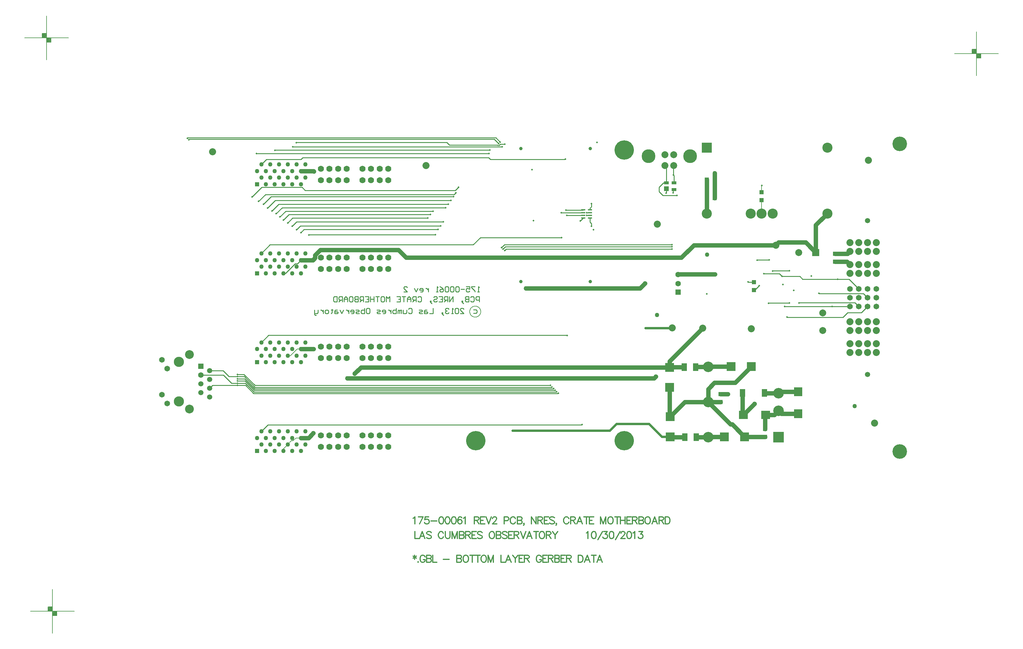
<source format=gbl>
%FSLAX23Y23*%
%MOIN*%
G70*
G01*
G75*
G04 Layer_Physical_Order=6*
G04 Layer_Color=16711680*
%ADD10R,0.050X0.050*%
%ADD11R,0.100X0.100*%
%ADD12R,0.039X0.059*%
%ADD13O,0.079X0.024*%
%ADD14R,0.036X0.036*%
%ADD15O,0.014X0.067*%
%ADD16R,0.050X0.050*%
%ADD17R,0.025X0.100*%
%ADD18R,0.057X0.012*%
%ADD19R,0.025X0.185*%
%ADD20C,0.050*%
%ADD21C,0.025*%
%ADD22C,0.010*%
%ADD23C,0.006*%
%ADD24C,0.012*%
%ADD25C,0.008*%
%ADD26C,0.012*%
%ADD27C,0.012*%
%ADD28C,0.166*%
%ADD29C,0.080*%
%ADD30R,0.063X0.063*%
%ADD31C,0.063*%
%ADD32C,0.120*%
%ADD33R,0.120X0.120*%
%ADD34C,0.079*%
%ADD35R,0.079X0.079*%
%ADD36R,0.115X0.115*%
%ADD37C,0.115*%
%ADD38C,0.059*%
%ADD39C,0.065*%
%ADD40C,0.100*%
%ADD41C,0.116*%
%ADD42C,0.059*%
%ADD43R,0.059X0.059*%
%ADD44C,0.039*%
%ADD45C,0.220*%
%ADD46C,0.157*%
%ADD47C,0.070*%
%ADD48C,0.050*%
%ADD49C,0.020*%
%ADD50C,0.040*%
%ADD51C,0.206*%
%ADD52C,0.092*%
%ADD53C,0.079*%
%ADD54C,0.118*%
G04:AMPARAMS|DCode=55|XSize=138mil|YSize=138mil|CornerRadius=0mil|HoleSize=0mil|Usage=FLASHONLY|Rotation=0.000|XOffset=0mil|YOffset=0mil|HoleType=Round|Shape=Relief|Width=10mil|Gap=10mil|Entries=4|*
%AMTHD55*
7,0,0,0.138,0.118,0.010,45*
%
%ADD55THD55*%
G04:AMPARAMS|DCode=56|XSize=107.244mil|YSize=107.244mil|CornerRadius=0mil|HoleSize=0mil|Usage=FLASHONLY|Rotation=0.000|XOffset=0mil|YOffset=0mil|HoleType=Round|Shape=Relief|Width=10mil|Gap=10mil|Entries=4|*
%AMTHD56*
7,0,0,0.107,0.087,0.010,45*
%
%ADD56THD56*%
%ADD57C,0.087*%
%ADD58C,0.190*%
G04:AMPARAMS|DCode=59|XSize=112mil|YSize=112mil|CornerRadius=0mil|HoleSize=0mil|Usage=FLASHONLY|Rotation=0.000|XOffset=0mil|YOffset=0mil|HoleType=Round|Shape=Relief|Width=10mil|Gap=10mil|Entries=4|*
%AMTHD59*
7,0,0,0.112,0.092,0.010,45*
%
%ADD59THD59*%
G04:AMPARAMS|DCode=60|XSize=100mil|YSize=100mil|CornerRadius=0mil|HoleSize=0mil|Usage=FLASHONLY|Rotation=0.000|XOffset=0mil|YOffset=0mil|HoleType=Round|Shape=Relief|Width=10mil|Gap=10mil|Entries=4|*
%AMTHD60*
7,0,0,0.100,0.080,0.010,45*
%
%ADD60THD60*%
G04:AMPARAMS|DCode=61|XSize=123mil|YSize=123mil|CornerRadius=0mil|HoleSize=0mil|Usage=FLASHONLY|Rotation=0.000|XOffset=0mil|YOffset=0mil|HoleType=Round|Shape=Relief|Width=10mil|Gap=10mil|Entries=4|*
%AMTHD61*
7,0,0,0.123,0.103,0.010,45*
%
%ADD61THD61*%
%ADD62C,0.168*%
%ADD63C,0.075*%
%ADD64C,0.080*%
%ADD65C,0.076*%
G04:AMPARAMS|DCode=66|XSize=96.221mil|YSize=96.221mil|CornerRadius=0mil|HoleSize=0mil|Usage=FLASHONLY|Rotation=0.000|XOffset=0mil|YOffset=0mil|HoleType=Round|Shape=Relief|Width=10mil|Gap=10mil|Entries=4|*
%AMTHD66*
7,0,0,0.096,0.076,0.010,45*
%
%ADD66THD66*%
G04:AMPARAMS|DCode=67|XSize=150.551mil|YSize=150.551mil|CornerRadius=0mil|HoleSize=0mil|Usage=FLASHONLY|Rotation=0.000|XOffset=0mil|YOffset=0mil|HoleType=Round|Shape=Relief|Width=10mil|Gap=10mil|Entries=4|*
%AMTHD67*
7,0,0,0.151,0.131,0.010,45*
%
%ADD67THD67*%
G04:AMPARAMS|DCode=68|XSize=91mil|YSize=91mil|CornerRadius=0mil|HoleSize=0mil|Usage=FLASHONLY|Rotation=0.000|XOffset=0mil|YOffset=0mil|HoleType=Round|Shape=Relief|Width=10mil|Gap=10mil|Entries=4|*
%AMTHD68*
7,0,0,0.091,0.071,0.010,45*
%
%ADD68THD68*%
%ADD69C,0.071*%
%ADD70C,0.068*%
G04:AMPARAMS|DCode=71|XSize=70mil|YSize=70mil|CornerRadius=0mil|HoleSize=0mil|Usage=FLASHONLY|Rotation=0.000|XOffset=0mil|YOffset=0mil|HoleType=Round|Shape=Relief|Width=10mil|Gap=10mil|Entries=4|*
%AMTHD71*
7,0,0,0.070,0.050,0.010,45*
%
%ADD71THD71*%
G04:AMPARAMS|DCode=72|XSize=88mil|YSize=88mil|CornerRadius=0mil|HoleSize=0mil|Usage=FLASHONLY|Rotation=0.000|XOffset=0mil|YOffset=0mil|HoleType=Round|Shape=Relief|Width=10mil|Gap=10mil|Entries=4|*
%AMTHD72*
7,0,0,0.088,0.068,0.010,45*
%
%ADD72THD72*%
%ADD73C,0.020*%
%ADD74C,0.103*%
%ADD75C,0.131*%
%ADD76C,0.005*%
%ADD77R,0.060X0.086*%
%ADD78R,0.100X0.100*%
%ADD79R,0.102X0.094*%
%ADD80R,0.059X0.087*%
%ADD81R,0.094X0.102*%
%ADD82R,0.045X0.017*%
%ADD83R,0.053X0.053*%
%ADD84R,0.053X0.035*%
D10*
X16734Y13455D02*
D03*
X16824D02*
D03*
X16734Y13384D02*
D03*
X16824D02*
D03*
X16734Y13312D02*
D03*
X16824D02*
D03*
X16734Y13245D02*
D03*
X16824D02*
D03*
X11614Y13403D02*
D03*
Y12391D02*
D03*
Y11379D02*
D03*
Y10368D02*
D03*
D11*
X16319Y10528D02*
D03*
Y10759D02*
D03*
X16313Y11092D02*
D03*
Y11321D02*
D03*
D16*
X17272Y12290D02*
D03*
Y12200D02*
D03*
X17360Y13222D02*
D03*
Y13312D02*
D03*
X16893Y10925D02*
D03*
Y11016D02*
D03*
X17398Y10530D02*
D03*
Y10620D02*
D03*
X18195Y12613D02*
D03*
Y12523D02*
D03*
D20*
X12642Y11197D02*
X12644Y11195D01*
X16135D01*
X16155Y11215D01*
X12256Y11529D02*
X12258Y11531D01*
X12114Y11529D02*
X12256D01*
X12251Y12541D02*
X12261Y12551D01*
X12114Y12541D02*
X12251D01*
X12258Y13553D02*
X12261Y13550D01*
X12114Y13553D02*
X12258D01*
X12201Y10517D02*
X12257Y10573D01*
X12114Y10517D02*
X12201D01*
X12798Y11321D02*
X16313D01*
X12727Y11250D02*
X12798Y11321D01*
X16409Y12375D02*
X16415Y12380D01*
X16828D01*
X17521Y12710D02*
X17553Y12742D01*
X17862D01*
X17977Y12627D01*
Y12938D02*
X18109Y13070D01*
X17977Y12627D02*
Y12938D01*
X16824Y13455D02*
Y13531D01*
Y13384D02*
Y13455D01*
Y13312D02*
Y13384D01*
Y13245D02*
Y13312D01*
X16824Y13531D02*
X16824Y13531D01*
X16734Y13384D02*
Y13455D01*
Y13312D02*
Y13384D01*
Y13245D02*
Y13312D01*
Y13070D02*
Y13245D01*
X16893Y11016D02*
X16975D01*
X16313Y11389D02*
X16690Y11767D01*
X16313Y11321D02*
Y11389D01*
X17153Y10781D02*
X17279Y10906D01*
X16487Y10926D02*
X16751D01*
X16319Y10759D02*
X16487Y10926D01*
X17141Y10792D02*
Y11028D01*
Y10792D02*
X17153Y10781D01*
X16752Y10925D02*
X17006Y10672D01*
X16751Y10926D02*
X16752Y10925D01*
X17006Y10672D02*
X17025D01*
X17165Y10531D01*
X16751Y10926D02*
Y11074D01*
X16823Y11146D01*
X17059D01*
X17241Y11328D01*
X16752Y10925D02*
X16893D01*
X17396Y10531D02*
X17398Y10530D01*
X17165Y10531D02*
X17396D01*
X16319Y10528D02*
X16322Y10526D01*
X16486D01*
X16616D02*
X16750D01*
X16751Y10526D01*
X16756Y10531D01*
X16935D01*
X16313Y10764D02*
X16319Y10759D01*
X16313Y10764D02*
Y11092D01*
Y11321D02*
X16314Y11323D01*
X16478D01*
X16608D02*
X16612Y11326D01*
X16751D01*
X16753Y11328D01*
X17011D01*
X17505Y10781D02*
X17551Y10826D01*
X17405Y10781D02*
X17505D01*
X17393Y11028D02*
X17395Y11026D01*
X17551D01*
X17568Y11043D01*
X17776D01*
X17551Y10826D02*
X17586Y10792D01*
X17776D01*
X16589Y12710D02*
X17521D01*
X16447Y12568D02*
X16589Y12710D01*
X13225Y12655D02*
X13312Y12568D01*
X12277Y12567D02*
Y12596D01*
X12336Y12655D02*
X13225D01*
X12277Y12596D02*
X12336Y12655D01*
X12261Y12551D02*
X12277Y12567D01*
X13312Y12568D02*
X15760D01*
X16447D01*
X14675Y12219D02*
X15975D01*
X16033Y12277D01*
X17398Y10620D02*
Y10774D01*
X17405Y10781D01*
X18195Y12613D02*
X18340D01*
X18366Y12639D01*
X18195Y12523D02*
X18331D01*
X18366Y12489D01*
D21*
X16038Y10677D02*
X16079D01*
X15710D02*
X16038D01*
X16337Y11767D02*
X16341Y11771D01*
X16038Y11767D02*
X16337D01*
X16227Y10528D02*
X16319D01*
X16079Y10677D02*
X16227Y10528D01*
X15633Y10600D02*
X15710Y10677D01*
X14527Y10600D02*
X15633D01*
D22*
X11914Y12391D02*
X11939D01*
X13872Y13333D02*
X13908Y13370D01*
X12163Y13333D02*
X13872D01*
X12128Y13368D02*
X12163Y13333D01*
X13860Y13287D02*
X13879Y13307D01*
X11713Y13287D02*
X13860D01*
X11633Y13208D02*
X11713Y13287D01*
X11738Y10667D02*
X15314D01*
X11664Y10592D02*
X11738Y10667D01*
X15314D02*
X15317Y10670D01*
X12137Y13707D02*
X14252D01*
X12116Y13686D02*
X12137Y13707D01*
X11722Y13686D02*
X12116D01*
X14272D02*
X15122D01*
X14252Y13707D02*
X14272Y13686D01*
X17282Y12200D02*
X17331Y12249D01*
X17272Y12200D02*
X17282D01*
X18423Y12056D02*
X18466Y12014D01*
X17787Y12056D02*
X18423D01*
X17785Y12054D02*
X17787Y12056D01*
X18224Y12323D02*
X18356D01*
X17826D02*
X18224D01*
X18356D02*
X18466Y12214D01*
X17794Y12355D02*
X17826Y12323D01*
X17593Y12355D02*
X17794D01*
X17309Y12541D02*
X17310Y12542D01*
X17444D01*
X17204Y12292D02*
X17206Y12290D01*
X17272D01*
X17387Y12387D02*
X17561D01*
X17593Y12355D01*
X17490Y12419D02*
X17676D01*
X17486Y12415D02*
X17490Y12419D01*
X18495Y11943D02*
X18566Y12014D01*
X18340Y11943D02*
X18495D01*
X18285Y11888D02*
X18340Y11943D01*
X17654Y11888D02*
X18285D01*
X17648Y11894D02*
X17654Y11888D01*
X17438Y12051D02*
X17439Y12052D01*
X17675D01*
X17622Y12014D02*
X17622Y12014D01*
X18163D01*
X18013Y12163D02*
X18016Y12160D01*
X18519D01*
X18566Y12114D01*
X18163Y12014D02*
X18366D01*
X15329Y13018D02*
Y13018D01*
X15297Y12986D02*
X15329Y13018D01*
X15328Y13050D02*
X15329Y13050D01*
X15142Y13050D02*
X15328D01*
X15142Y11686D02*
X15144Y11684D01*
X11746Y11686D02*
X15142D01*
X11664Y11604D02*
X11746Y11686D01*
X15079Y13081D02*
X15329D01*
X15078Y13080D02*
X15079Y13081D01*
X14159Y12797D02*
X15082D01*
X14077Y12715D02*
X14159Y12797D01*
X11763Y12715D02*
X14077D01*
X11664Y12616D02*
X11763Y12715D01*
X15327Y13111D02*
X15329Y13112D01*
X15131Y13111D02*
X15327D01*
X15122Y13686D02*
X15124Y13689D01*
X11664Y13628D02*
X11722Y13686D01*
X15423Y12925D02*
Y12955D01*
X15405Y12974D02*
X15423Y12955D01*
X15405Y12974D02*
Y13018D01*
X15368Y13050D02*
X15405D01*
X15422Y13148D02*
Y13182D01*
X15405Y13130D02*
X15422Y13148D01*
X15405Y13112D02*
Y13130D01*
X15404Y13080D02*
X15405Y13081D01*
X15369Y13080D02*
X15404D01*
X12061Y13875D02*
X12065Y13880D01*
X13776D01*
X13806Y13849D01*
X14353D01*
X14356Y13847D01*
X14373D01*
X14384Y13858D01*
X14437D01*
X12022Y13830D02*
X14406D01*
X11819Y13790D02*
X11822Y13792D01*
X14266D01*
X11610Y13752D02*
X14257D01*
X12210Y12829D02*
X13647D01*
X12150Y12889D02*
X13676D01*
X12109Y12930D02*
X13705D01*
X12064Y12975D02*
X13735D01*
X12020Y13019D02*
X13558D01*
X11978Y13061D02*
X13590D01*
X11941Y13097D02*
X13619D01*
X11902Y13137D02*
X13762D01*
X11862Y13177D02*
X13792D01*
X11821Y13218D02*
X13821D01*
X11776Y13263D02*
X13851D01*
X11671Y13368D02*
X12128D01*
X11669Y13370D02*
X11671Y13368D01*
X12206Y12825D02*
X12210Y12829D01*
X12114Y12854D02*
X12150Y12889D01*
X12064Y12885D02*
X12109Y12930D01*
X12014Y12925D02*
X12064Y12975D01*
X11964Y12962D02*
X12020Y13019D01*
X11914Y12997D02*
X11978Y13061D01*
X11560Y13260D02*
X11669Y13370D01*
X11688Y13175D02*
X11776Y13263D01*
X11737Y13134D02*
X11821Y13218D01*
X11784Y13099D02*
X11862Y13177D01*
X11833Y13068D02*
X11902Y13137D01*
X11877Y13033D02*
X11941Y13097D01*
X14434Y12649D02*
X14453Y12667D01*
X16338D01*
X14417Y12666D02*
X14443Y12693D01*
X16338D01*
X14399Y12684D02*
X14433Y12717D01*
X16338D01*
X16234Y13276D02*
X16396D01*
X16193Y13318D02*
X16234Y13276D01*
X16193Y13318D02*
Y13370D01*
X16242Y13419D01*
X16274D01*
X16354Y13509D02*
X16361Y13502D01*
Y13419D02*
Y13502D01*
X16354Y13509D02*
Y13612D01*
X16358Y13615D01*
X16351Y13306D02*
Y13335D01*
X16361Y13344D01*
X16274Y13419D02*
Y13600D01*
X16259Y13615D02*
X16274Y13600D01*
Y13306D02*
Y13352D01*
X16272Y13304D02*
X16274Y13306D01*
X11592Y11115D02*
X14955D01*
X11467Y11240D02*
X11592Y11115D01*
X14971Y11094D02*
X14973Y11097D01*
X11591Y11094D02*
X14971D01*
X14989Y11077D02*
X14991Y11079D01*
X11588Y11077D02*
X14989D01*
X15006Y11059D02*
X15009Y11061D01*
X11584Y11059D02*
X15006D01*
X15024Y11041D02*
X15026Y11044D01*
X11581Y11041D02*
X15024D01*
X11483Y11139D02*
X11581Y11041D01*
X15042Y11024D02*
X15044Y11026D01*
X11577Y11024D02*
X15042D01*
X11486Y11115D02*
X11577Y11024D01*
X11392Y11115D02*
X11486D01*
X11392Y11139D02*
X11483D01*
X11479Y11165D02*
X11584Y11059D01*
X11392Y11165D02*
X11479D01*
X11475Y11189D02*
X11588Y11077D01*
X11392Y11189D02*
X11475D01*
X11471Y11215D02*
X11591Y11094D01*
X11392Y11215D02*
X11471D01*
X11392Y11240D02*
X11467D01*
X11109Y11115D02*
X11392D01*
X11076Y11082D02*
X11109Y11115D01*
X11324Y11139D02*
X11392D01*
X11232Y11232D02*
X11324Y11139D01*
X10976Y11232D02*
X11232D01*
X11297Y11215D02*
X11392D01*
X11230Y11282D02*
X11297Y11215D01*
X11076Y11282D02*
X11230D01*
X14314Y13917D02*
X14364Y13866D01*
X10849Y13917D02*
X14314D01*
X14335Y13932D02*
X14382Y13884D01*
X10840Y13908D02*
X10849Y13917D01*
X10823Y13925D02*
X10829Y13932D01*
X14335D01*
X11939Y12391D02*
X12049Y12501D01*
X12074D01*
X12114Y12541D01*
X14144Y12180D02*
X14124D01*
X14134D01*
Y12240D01*
X14144Y12230D01*
X14094Y12240D02*
X14054D01*
Y12230D01*
X14094Y12190D01*
Y12180D01*
X13994Y12240D02*
X14034D01*
Y12210D01*
X14014Y12220D01*
X14004D01*
X13994Y12210D01*
Y12190D01*
X14004Y12180D01*
X14024D01*
X14034Y12190D01*
X13974Y12210D02*
X13934D01*
X13914Y12230D02*
X13904Y12240D01*
X13884D01*
X13874Y12230D01*
Y12190D01*
X13884Y12180D01*
X13904D01*
X13914Y12190D01*
Y12230D01*
X13854D02*
X13844Y12240D01*
X13824D01*
X13814Y12230D01*
Y12190D01*
X13824Y12180D01*
X13844D01*
X13854Y12190D01*
Y12230D01*
X13794D02*
X13784Y12240D01*
X13764D01*
X13754Y12230D01*
Y12190D01*
X13764Y12180D01*
X13784D01*
X13794Y12190D01*
Y12230D01*
X13694Y12240D02*
X13714Y12230D01*
X13734Y12210D01*
Y12190D01*
X13724Y12180D01*
X13704D01*
X13694Y12190D01*
Y12200D01*
X13704Y12210D01*
X13734D01*
X13674Y12180D02*
X13654D01*
X13664D01*
Y12240D01*
X13674Y12230D01*
X13564Y12220D02*
Y12180D01*
Y12200D01*
X13554Y12210D01*
X13544Y12220D01*
X13534D01*
X13474Y12180D02*
X13494D01*
X13504Y12190D01*
Y12210D01*
X13494Y12220D01*
X13474D01*
X13464Y12210D01*
Y12200D01*
X13504D01*
X13444Y12220D02*
X13424Y12180D01*
X13404Y12220D01*
X13284Y12180D02*
X13324D01*
X13284Y12220D01*
Y12230D01*
X13294Y12240D01*
X13314D01*
X13324Y12230D01*
X14146Y12067D02*
Y12127D01*
X14116D01*
X14106Y12117D01*
Y12097D01*
X14116Y12087D01*
X14146D01*
X14046Y12117D02*
X14056Y12127D01*
X14076D01*
X14086Y12117D01*
Y12077D01*
X14076Y12067D01*
X14056D01*
X14046Y12077D01*
X14026Y12127D02*
Y12067D01*
X13996D01*
X13986Y12077D01*
Y12087D01*
X13996Y12097D01*
X14026D01*
X13996D01*
X13986Y12107D01*
Y12117D01*
X13996Y12127D01*
X14026D01*
X13956Y12057D02*
X13946Y12067D01*
Y12077D01*
X13956D01*
Y12067D01*
X13946D01*
X13956Y12057D01*
X13966Y12047D01*
X13846Y12067D02*
Y12127D01*
X13806Y12067D01*
Y12127D01*
X13786Y12067D02*
Y12127D01*
X13756D01*
X13746Y12117D01*
Y12097D01*
X13756Y12087D01*
X13786D01*
X13766D02*
X13746Y12067D01*
X13686Y12127D02*
X13726D01*
Y12067D01*
X13686D01*
X13726Y12097D02*
X13706D01*
X13626Y12117D02*
X13636Y12127D01*
X13656D01*
X13666Y12117D01*
Y12107D01*
X13656Y12097D01*
X13636D01*
X13626Y12087D01*
Y12077D01*
X13636Y12067D01*
X13656D01*
X13666Y12077D01*
X13596Y12057D02*
X13586Y12067D01*
Y12077D01*
X13596D01*
Y12067D01*
X13586D01*
X13596Y12057D01*
X13606Y12047D01*
X13446Y12117D02*
X13456Y12127D01*
X13476D01*
X13486Y12117D01*
Y12077D01*
X13476Y12067D01*
X13456D01*
X13446Y12077D01*
X13426Y12067D02*
Y12127D01*
X13396D01*
X13386Y12117D01*
Y12097D01*
X13396Y12087D01*
X13426D01*
X13406D02*
X13386Y12067D01*
X13366D02*
Y12107D01*
X13346Y12127D01*
X13326Y12107D01*
Y12067D01*
Y12097D01*
X13366D01*
X13306Y12127D02*
X13266D01*
X13286D01*
Y12067D01*
X13206Y12127D02*
X13246D01*
Y12067D01*
X13206D01*
X13246Y12097D02*
X13226D01*
X13126Y12067D02*
Y12127D01*
X13106Y12107D01*
X13086Y12127D01*
Y12067D01*
X13036Y12127D02*
X13056D01*
X13066Y12117D01*
Y12077D01*
X13056Y12067D01*
X13036D01*
X13026Y12077D01*
Y12117D01*
X13036Y12127D01*
X13006D02*
X12966D01*
X12986D01*
Y12067D01*
X12946Y12127D02*
Y12067D01*
Y12097D01*
X12906D01*
Y12127D01*
Y12067D01*
X12846Y12127D02*
X12886D01*
Y12067D01*
X12846D01*
X12886Y12097D02*
X12866D01*
X12826Y12067D02*
Y12127D01*
X12796D01*
X12786Y12117D01*
Y12097D01*
X12796Y12087D01*
X12826D01*
X12806D02*
X12786Y12067D01*
X12766Y12127D02*
Y12067D01*
X12736D01*
X12726Y12077D01*
Y12087D01*
X12736Y12097D01*
X12766D01*
X12736D01*
X12726Y12107D01*
Y12117D01*
X12736Y12127D01*
X12766D01*
X12676D02*
X12696D01*
X12706Y12117D01*
Y12077D01*
X12696Y12067D01*
X12676D01*
X12666Y12077D01*
Y12117D01*
X12676Y12127D01*
X12646Y12067D02*
Y12107D01*
X12626Y12127D01*
X12606Y12107D01*
Y12067D01*
Y12097D01*
X12646D01*
X12586Y12067D02*
Y12127D01*
X12556D01*
X12546Y12117D01*
Y12097D01*
X12556Y12087D01*
X12586D01*
X12566D02*
X12546Y12067D01*
X12526Y12127D02*
Y12067D01*
X12496D01*
X12486Y12077D01*
Y12117D01*
X12496Y12127D01*
X12526D01*
X13928Y11933D02*
X13968D01*
X13928Y11973D01*
Y11983D01*
X13938Y11993D01*
X13958D01*
X13968Y11983D01*
X13908D02*
X13898Y11993D01*
X13878D01*
X13868Y11983D01*
Y11943D01*
X13878Y11933D01*
X13898D01*
X13908Y11943D01*
Y11983D01*
X13848Y11933D02*
X13828D01*
X13838D01*
Y11993D01*
X13848Y11983D01*
X13798D02*
X13788Y11993D01*
X13768D01*
X13758Y11983D01*
Y11973D01*
X13768Y11963D01*
X13778D01*
X13768D01*
X13758Y11953D01*
Y11943D01*
X13768Y11933D01*
X13788D01*
X13798Y11943D01*
X13728Y11923D02*
X13718Y11933D01*
Y11943D01*
X13728D01*
Y11933D01*
X13718D01*
X13728Y11923D01*
X13738Y11913D01*
X13618Y11993D02*
Y11933D01*
X13578D01*
X13548Y11973D02*
X13528D01*
X13518Y11963D01*
Y11933D01*
X13548D01*
X13558Y11943D01*
X13548Y11953D01*
X13518D01*
X13498Y11933D02*
X13468D01*
X13458Y11943D01*
X13468Y11953D01*
X13488D01*
X13498Y11963D01*
X13488Y11973D01*
X13458D01*
X13338Y11983D02*
X13348Y11993D01*
X13368D01*
X13378Y11983D01*
Y11943D01*
X13368Y11933D01*
X13348D01*
X13338Y11943D01*
X13318Y11973D02*
Y11943D01*
X13308Y11933D01*
X13278D01*
Y11973D01*
X13258Y11933D02*
Y11973D01*
X13248D01*
X13238Y11963D01*
Y11933D01*
Y11963D01*
X13228Y11973D01*
X13218Y11963D01*
Y11933D01*
X13198Y11993D02*
Y11933D01*
X13168D01*
X13158Y11943D01*
Y11953D01*
Y11963D01*
X13168Y11973D01*
X13198D01*
X13138D02*
Y11933D01*
Y11953D01*
X13128Y11963D01*
X13118Y11973D01*
X13108D01*
X13048Y11933D02*
X13068D01*
X13078Y11943D01*
Y11963D01*
X13068Y11973D01*
X13048D01*
X13038Y11963D01*
Y11953D01*
X13078D01*
X13018Y11933D02*
X12988D01*
X12978Y11943D01*
X12988Y11953D01*
X13008D01*
X13018Y11963D01*
X13008Y11973D01*
X12978D01*
X12868Y11993D02*
X12888D01*
X12898Y11983D01*
Y11943D01*
X12888Y11933D01*
X12868D01*
X12858Y11943D01*
Y11983D01*
X12868Y11993D01*
X12838D02*
Y11933D01*
X12808D01*
X12798Y11943D01*
Y11953D01*
Y11963D01*
X12808Y11973D01*
X12838D01*
X12778Y11933D02*
X12748D01*
X12738Y11943D01*
X12748Y11953D01*
X12768D01*
X12778Y11963D01*
X12768Y11973D01*
X12738D01*
X12688Y11933D02*
X12708D01*
X12718Y11943D01*
Y11963D01*
X12708Y11973D01*
X12688D01*
X12678Y11963D01*
Y11953D01*
X12718D01*
X12658Y11973D02*
Y11933D01*
Y11953D01*
X12648Y11963D01*
X12638Y11973D01*
X12628D01*
X12598D02*
X12578Y11933D01*
X12558Y11973D01*
X12528D02*
X12508D01*
X12498Y11963D01*
Y11933D01*
X12528D01*
X12538Y11943D01*
X12528Y11953D01*
X12498D01*
X12468Y11983D02*
Y11973D01*
X12478D01*
X12458D01*
X12468D01*
Y11943D01*
X12458Y11933D01*
X12418D02*
X12398D01*
X12388Y11943D01*
Y11963D01*
X12398Y11973D01*
X12418D01*
X12428Y11963D01*
Y11943D01*
X12418Y11933D01*
X12368Y11973D02*
Y11933D01*
Y11953D01*
X12358Y11963D01*
X12348Y11973D01*
X12338D01*
X12308D02*
Y11943D01*
X12298Y11933D01*
X12268D01*
Y11923D01*
X12278Y11913D01*
X12288D01*
X12268Y11933D02*
Y11973D01*
X14080Y11975D02*
X14110D01*
X14120Y11965D01*
Y11945D01*
X14110Y11935D01*
X14080D01*
D24*
X13410Y9183D02*
Y9137D01*
X13391Y9172D02*
X13429Y9149D01*
Y9172D02*
X13391Y9149D01*
X13449Y9111D02*
X13445Y9107D01*
X13449Y9103D01*
X13453Y9107D01*
X13449Y9111D01*
X13528Y9164D02*
X13524Y9172D01*
X13516Y9179D01*
X13509Y9183D01*
X13493D01*
X13486Y9179D01*
X13478Y9172D01*
X13474Y9164D01*
X13471Y9153D01*
Y9133D01*
X13474Y9122D01*
X13478Y9114D01*
X13486Y9107D01*
X13493Y9103D01*
X13509D01*
X13516Y9107D01*
X13524Y9114D01*
X13528Y9122D01*
Y9133D01*
X13509D02*
X13528D01*
X13546Y9183D02*
Y9103D01*
Y9183D02*
X13580D01*
X13592Y9179D01*
X13596Y9175D01*
X13599Y9168D01*
Y9160D01*
X13596Y9153D01*
X13592Y9149D01*
X13580Y9145D01*
X13546D02*
X13580D01*
X13592Y9141D01*
X13596Y9137D01*
X13599Y9130D01*
Y9118D01*
X13596Y9111D01*
X13592Y9107D01*
X13580Y9103D01*
X13546D01*
X13617Y9183D02*
Y9103D01*
X13663D01*
X13735Y9137D02*
X13803D01*
X13890Y9183D02*
Y9103D01*
Y9183D02*
X13924D01*
X13935Y9179D01*
X13939Y9175D01*
X13943Y9168D01*
Y9160D01*
X13939Y9153D01*
X13935Y9149D01*
X13924Y9145D01*
X13890D02*
X13924D01*
X13935Y9141D01*
X13939Y9137D01*
X13943Y9130D01*
Y9118D01*
X13939Y9111D01*
X13935Y9107D01*
X13924Y9103D01*
X13890D01*
X13984Y9183D02*
X13976Y9179D01*
X13968Y9172D01*
X13965Y9164D01*
X13961Y9153D01*
Y9133D01*
X13965Y9122D01*
X13968Y9114D01*
X13976Y9107D01*
X13984Y9103D01*
X13999D01*
X14006Y9107D01*
X14014Y9114D01*
X14018Y9122D01*
X14022Y9133D01*
Y9153D01*
X14018Y9164D01*
X14014Y9172D01*
X14006Y9179D01*
X13999Y9183D01*
X13984D01*
X14067D02*
Y9103D01*
X14040Y9183D02*
X14094D01*
X14130D02*
Y9103D01*
X14103Y9183D02*
X14157D01*
X14189D02*
X14181Y9179D01*
X14174Y9172D01*
X14170Y9164D01*
X14166Y9153D01*
Y9133D01*
X14170Y9122D01*
X14174Y9114D01*
X14181Y9107D01*
X14189Y9103D01*
X14204D01*
X14212Y9107D01*
X14219Y9114D01*
X14223Y9122D01*
X14227Y9133D01*
Y9153D01*
X14223Y9164D01*
X14219Y9172D01*
X14212Y9179D01*
X14204Y9183D01*
X14189D01*
X14246D02*
Y9103D01*
Y9183D02*
X14276Y9103D01*
X14307Y9183D02*
X14276Y9103D01*
X14307Y9183D02*
Y9103D01*
X14392Y9183D02*
Y9103D01*
X14438D01*
X14508D02*
X14477Y9183D01*
X14447Y9103D01*
X14458Y9130D02*
X14496D01*
X14526Y9183D02*
X14557Y9145D01*
Y9103D01*
X14587Y9183D02*
X14557Y9145D01*
X14647Y9183D02*
X14598D01*
Y9103D01*
X14647D01*
X14598Y9145D02*
X14628D01*
X14660Y9183D02*
Y9103D01*
Y9183D02*
X14695D01*
X14706Y9179D01*
X14710Y9175D01*
X14714Y9168D01*
Y9160D01*
X14710Y9153D01*
X14706Y9149D01*
X14695Y9145D01*
X14660D01*
X14687D02*
X14714Y9103D01*
X14852Y9164D02*
X14848Y9172D01*
X14840Y9179D01*
X14833Y9183D01*
X14817D01*
X14810Y9179D01*
X14802Y9172D01*
X14798Y9164D01*
X14795Y9153D01*
Y9133D01*
X14798Y9122D01*
X14802Y9114D01*
X14810Y9107D01*
X14817Y9103D01*
X14833D01*
X14840Y9107D01*
X14848Y9114D01*
X14852Y9122D01*
Y9133D01*
X14833D02*
X14852D01*
X14919Y9183D02*
X14870D01*
Y9103D01*
X14919D01*
X14870Y9145D02*
X14900D01*
X14933Y9183D02*
Y9103D01*
Y9183D02*
X14967D01*
X14978Y9179D01*
X14982Y9175D01*
X14986Y9168D01*
Y9160D01*
X14982Y9153D01*
X14978Y9149D01*
X14967Y9145D01*
X14933D01*
X14959D02*
X14986Y9103D01*
X15004Y9183D02*
Y9103D01*
Y9183D02*
X15038D01*
X15050Y9179D01*
X15054Y9175D01*
X15057Y9168D01*
Y9160D01*
X15054Y9153D01*
X15050Y9149D01*
X15038Y9145D01*
X15004D02*
X15038D01*
X15050Y9141D01*
X15054Y9137D01*
X15057Y9130D01*
Y9118D01*
X15054Y9111D01*
X15050Y9107D01*
X15038Y9103D01*
X15004D01*
X15125Y9183D02*
X15075D01*
Y9103D01*
X15125D01*
X15075Y9145D02*
X15106D01*
X15138Y9183D02*
Y9103D01*
Y9183D02*
X15172D01*
X15184Y9179D01*
X15188Y9175D01*
X15191Y9168D01*
Y9160D01*
X15188Y9153D01*
X15184Y9149D01*
X15172Y9145D01*
X15138D01*
X15165D02*
X15191Y9103D01*
X15272Y9183D02*
Y9103D01*
Y9183D02*
X15299D01*
X15310Y9179D01*
X15318Y9172D01*
X15322Y9164D01*
X15325Y9153D01*
Y9133D01*
X15322Y9122D01*
X15318Y9114D01*
X15310Y9107D01*
X15299Y9103D01*
X15272D01*
X15404D02*
X15374Y9183D01*
X15343Y9103D01*
X15355Y9130D02*
X15393D01*
X15450Y9183D02*
Y9103D01*
X15423Y9183D02*
X15476D01*
X15547Y9103D02*
X15516Y9183D01*
X15486Y9103D01*
X15497Y9130D02*
X15535D01*
D25*
X9306Y8521D02*
X9316D01*
Y8516D02*
Y8526D01*
X9306D02*
X9316D01*
X9306Y8516D02*
Y8526D01*
Y8516D02*
X9316D01*
X9321D02*
Y8531D01*
X9301D02*
X9321D01*
X9301Y8511D02*
Y8531D01*
Y8511D02*
X9321D01*
X9326D02*
Y8536D01*
X9296D02*
X9326D01*
X9296Y8506D02*
Y8536D01*
Y8506D02*
X9326D01*
X9331Y8501D02*
Y8541D01*
X9291D02*
X9331D01*
X9291Y8501D02*
Y8541D01*
Y8501D02*
X9331D01*
X9256Y8571D02*
X9266D01*
Y8566D02*
Y8576D01*
X9256D02*
X9266D01*
X9256Y8566D02*
Y8576D01*
Y8566D02*
X9266D01*
X9271D02*
Y8581D01*
X9251D02*
X9271D01*
X9251Y8561D02*
Y8581D01*
Y8561D02*
X9271D01*
X9276D02*
Y8586D01*
X9246D02*
X9276D01*
X9246Y8556D02*
Y8586D01*
Y8556D02*
X9276D01*
X9281Y8551D02*
Y8591D01*
X9241D02*
X9281D01*
X9241Y8551D02*
Y8591D01*
Y8551D02*
X9281D01*
X9236Y8596D02*
X9286D01*
X9236Y8546D02*
Y8596D01*
X9286Y8496D02*
X9336D01*
Y8546D01*
X9286Y8296D02*
Y8796D01*
X9036Y8546D02*
X9536D01*
X9240Y15045D02*
X9250D01*
Y15040D02*
Y15050D01*
X9240D02*
X9250D01*
X9240Y15040D02*
Y15050D01*
Y15040D02*
X9250D01*
X9255D02*
Y15055D01*
X9235D02*
X9255D01*
X9235Y15035D02*
Y15055D01*
Y15035D02*
X9255D01*
X9260D02*
Y15060D01*
X9230D02*
X9260D01*
X9230Y15030D02*
Y15060D01*
Y15030D02*
X9260D01*
X9265Y15025D02*
Y15065D01*
X9225D02*
X9265D01*
X9225Y15025D02*
Y15065D01*
Y15025D02*
X9265D01*
X9190Y15095D02*
X9200D01*
Y15090D02*
Y15100D01*
X9190D02*
X9200D01*
X9190Y15090D02*
Y15100D01*
Y15090D02*
X9200D01*
X9205D02*
Y15105D01*
X9185D02*
X9205D01*
X9185Y15085D02*
Y15105D01*
Y15085D02*
X9205D01*
X9210D02*
Y15110D01*
X9180D02*
X9210D01*
X9180Y15080D02*
Y15110D01*
Y15080D02*
X9210D01*
X9215Y15075D02*
Y15115D01*
X9175D02*
X9215D01*
X9175Y15075D02*
Y15115D01*
Y15075D02*
X9215D01*
X9170Y15120D02*
X9220D01*
X9170Y15070D02*
Y15120D01*
X9220Y15020D02*
X9270D01*
Y15070D01*
X9220Y14820D02*
Y15320D01*
X8970Y15070D02*
X9470D01*
X19824Y14865D02*
X19834D01*
Y14860D02*
Y14870D01*
X19824D02*
X19834D01*
X19824Y14860D02*
Y14870D01*
Y14860D02*
X19834D01*
X19839D02*
Y14875D01*
X19819D02*
X19839D01*
X19819Y14855D02*
Y14875D01*
Y14855D02*
X19839D01*
X19844D02*
Y14880D01*
X19814D02*
X19844D01*
X19814Y14850D02*
Y14880D01*
Y14850D02*
X19844D01*
X19849Y14845D02*
Y14885D01*
X19809D02*
X19849D01*
X19809Y14845D02*
Y14885D01*
Y14845D02*
X19849D01*
X19774Y14915D02*
X19784D01*
Y14910D02*
Y14920D01*
X19774D02*
X19784D01*
X19774Y14910D02*
Y14920D01*
Y14910D02*
X19784D01*
X19789D02*
Y14925D01*
X19769D02*
X19789D01*
X19769Y14905D02*
Y14925D01*
Y14905D02*
X19789D01*
X19794D02*
Y14930D01*
X19764D02*
X19794D01*
X19764Y14900D02*
Y14930D01*
Y14900D02*
X19794D01*
X19799Y14895D02*
Y14935D01*
X19759D02*
X19799D01*
X19759Y14895D02*
Y14935D01*
Y14895D02*
X19799D01*
X19754Y14940D02*
X19804D01*
X19754Y14890D02*
Y14940D01*
X19804Y14840D02*
X19854D01*
Y14890D01*
X19804Y14640D02*
Y15140D01*
X19554Y14890D02*
X20054D01*
D26*
X13393Y9604D02*
X13401Y9608D01*
X13412Y9619D01*
Y9539D01*
X13505Y9619D02*
X13467Y9539D01*
X13452Y9619D02*
X13505D01*
X13568D02*
X13530D01*
X13527Y9585D01*
X13530Y9589D01*
X13542Y9593D01*
X13553D01*
X13565Y9589D01*
X13572Y9581D01*
X13576Y9570D01*
Y9562D01*
X13572Y9551D01*
X13565Y9543D01*
X13553Y9539D01*
X13542D01*
X13530Y9543D01*
X13527Y9547D01*
X13523Y9555D01*
X13594Y9574D02*
X13663D01*
X13709Y9619D02*
X13698Y9616D01*
X13690Y9604D01*
X13686Y9585D01*
Y9574D01*
X13690Y9555D01*
X13698Y9543D01*
X13709Y9539D01*
X13717D01*
X13728Y9543D01*
X13736Y9555D01*
X13739Y9574D01*
Y9585D01*
X13736Y9604D01*
X13728Y9616D01*
X13717Y9619D01*
X13709D01*
X13780D02*
X13769Y9616D01*
X13761Y9604D01*
X13757Y9585D01*
Y9574D01*
X13761Y9555D01*
X13769Y9543D01*
X13780Y9539D01*
X13788D01*
X13799Y9543D01*
X13807Y9555D01*
X13811Y9574D01*
Y9585D01*
X13807Y9604D01*
X13799Y9616D01*
X13788Y9619D01*
X13780D01*
X13851D02*
X13840Y9616D01*
X13832Y9604D01*
X13829Y9585D01*
Y9574D01*
X13832Y9555D01*
X13840Y9543D01*
X13851Y9539D01*
X13859D01*
X13871Y9543D01*
X13878Y9555D01*
X13882Y9574D01*
Y9585D01*
X13878Y9604D01*
X13871Y9616D01*
X13859Y9619D01*
X13851D01*
X13946Y9608D02*
X13942Y9616D01*
X13930Y9619D01*
X13923D01*
X13911Y9616D01*
X13904Y9604D01*
X13900Y9585D01*
Y9566D01*
X13904Y9551D01*
X13911Y9543D01*
X13923Y9539D01*
X13926D01*
X13938Y9543D01*
X13946Y9551D01*
X13949Y9562D01*
Y9566D01*
X13946Y9577D01*
X13938Y9585D01*
X13926Y9589D01*
X13923D01*
X13911Y9585D01*
X13904Y9577D01*
X13900Y9566D01*
X13967Y9604D02*
X13974Y9608D01*
X13986Y9619D01*
Y9539D01*
X14088Y9619D02*
Y9539D01*
Y9619D02*
X14123D01*
X14134Y9616D01*
X14138Y9612D01*
X14142Y9604D01*
Y9596D01*
X14138Y9589D01*
X14134Y9585D01*
X14123Y9581D01*
X14088D01*
X14115D02*
X14142Y9539D01*
X14209Y9619D02*
X14160D01*
Y9539D01*
X14209D01*
X14160Y9581D02*
X14190D01*
X14222Y9619D02*
X14253Y9539D01*
X14283Y9619D02*
X14253Y9539D01*
X14297Y9600D02*
Y9604D01*
X14301Y9612D01*
X14305Y9616D01*
X14313Y9619D01*
X14328D01*
X14336Y9616D01*
X14339Y9612D01*
X14343Y9604D01*
Y9596D01*
X14339Y9589D01*
X14332Y9577D01*
X14294Y9539D01*
X14347D01*
X14428Y9577D02*
X14462D01*
X14473Y9581D01*
X14477Y9585D01*
X14481Y9593D01*
Y9604D01*
X14477Y9612D01*
X14473Y9616D01*
X14462Y9619D01*
X14428D01*
Y9539D01*
X14556Y9600D02*
X14552Y9608D01*
X14545Y9616D01*
X14537Y9619D01*
X14522D01*
X14514Y9616D01*
X14507Y9608D01*
X14503Y9600D01*
X14499Y9589D01*
Y9570D01*
X14503Y9558D01*
X14507Y9551D01*
X14514Y9543D01*
X14522Y9539D01*
X14537D01*
X14545Y9543D01*
X14552Y9551D01*
X14556Y9558D01*
X14579Y9619D02*
Y9539D01*
Y9619D02*
X14613D01*
X14624Y9616D01*
X14628Y9612D01*
X14632Y9604D01*
Y9596D01*
X14628Y9589D01*
X14624Y9585D01*
X14613Y9581D01*
X14579D02*
X14613D01*
X14624Y9577D01*
X14628Y9574D01*
X14632Y9566D01*
Y9555D01*
X14628Y9547D01*
X14624Y9543D01*
X14613Y9539D01*
X14579D01*
X14657Y9543D02*
X14654Y9539D01*
X14650Y9543D01*
X14654Y9547D01*
X14657Y9543D01*
Y9536D01*
X14654Y9528D01*
X14650Y9524D01*
X14738Y9619D02*
Y9539D01*
Y9619D02*
X14791Y9539D01*
Y9619D02*
Y9539D01*
X14813Y9619D02*
Y9539D01*
Y9619D02*
X14847D01*
X14859Y9616D01*
X14863Y9612D01*
X14866Y9604D01*
Y9596D01*
X14863Y9589D01*
X14859Y9585D01*
X14847Y9581D01*
X14813D01*
X14840D02*
X14866Y9539D01*
X14934Y9619D02*
X14884D01*
Y9539D01*
X14934D01*
X14884Y9581D02*
X14915D01*
X15001Y9608D02*
X14993Y9616D01*
X14982Y9619D01*
X14966D01*
X14955Y9616D01*
X14947Y9608D01*
Y9600D01*
X14951Y9593D01*
X14955Y9589D01*
X14962Y9585D01*
X14985Y9577D01*
X14993Y9574D01*
X14997Y9570D01*
X15001Y9562D01*
Y9551D01*
X14993Y9543D01*
X14982Y9539D01*
X14966D01*
X14955Y9543D01*
X14947Y9551D01*
X15026Y9543D02*
X15022Y9539D01*
X15018Y9543D01*
X15022Y9547D01*
X15026Y9543D01*
Y9536D01*
X15022Y9528D01*
X15018Y9524D01*
X15164Y9600D02*
X15160Y9608D01*
X15152Y9616D01*
X15145Y9619D01*
X15129D01*
X15122Y9616D01*
X15114Y9608D01*
X15110Y9600D01*
X15106Y9589D01*
Y9570D01*
X15110Y9558D01*
X15114Y9551D01*
X15122Y9543D01*
X15129Y9539D01*
X15145D01*
X15152Y9543D01*
X15160Y9551D01*
X15164Y9558D01*
X15186Y9619D02*
Y9539D01*
Y9619D02*
X15220D01*
X15232Y9616D01*
X15236Y9612D01*
X15239Y9604D01*
Y9596D01*
X15236Y9589D01*
X15232Y9585D01*
X15220Y9581D01*
X15186D01*
X15213D02*
X15239Y9539D01*
X15318D02*
X15288Y9619D01*
X15257Y9539D01*
X15269Y9566D02*
X15307D01*
X15364Y9619D02*
Y9539D01*
X15337Y9619D02*
X15390D01*
X15449D02*
X15400D01*
Y9539D01*
X15449D01*
X15400Y9581D02*
X15430D01*
X15525Y9619D02*
Y9539D01*
Y9619D02*
X15556Y9539D01*
X15586Y9619D02*
X15556Y9539D01*
X15586Y9619D02*
Y9539D01*
X15632Y9619D02*
X15624Y9616D01*
X15617Y9608D01*
X15613Y9600D01*
X15609Y9589D01*
Y9570D01*
X15613Y9558D01*
X15617Y9551D01*
X15624Y9543D01*
X15632Y9539D01*
X15647D01*
X15655Y9543D01*
X15662Y9551D01*
X15666Y9558D01*
X15670Y9570D01*
Y9589D01*
X15666Y9600D01*
X15662Y9608D01*
X15655Y9616D01*
X15647Y9619D01*
X15632D01*
X15715D02*
Y9539D01*
X15689Y9619D02*
X15742D01*
X15752D02*
Y9539D01*
X15805Y9619D02*
Y9539D01*
X15752Y9581D02*
X15805D01*
X15877Y9619D02*
X15827D01*
Y9539D01*
X15877D01*
X15827Y9581D02*
X15858D01*
X15890Y9619D02*
Y9539D01*
Y9619D02*
X15924D01*
X15936Y9616D01*
X15939Y9612D01*
X15943Y9604D01*
Y9596D01*
X15939Y9589D01*
X15936Y9585D01*
X15924Y9581D01*
X15890D01*
X15917D02*
X15943Y9539D01*
X15961Y9619D02*
Y9539D01*
Y9619D02*
X15995D01*
X16007Y9616D01*
X16011Y9612D01*
X16014Y9604D01*
Y9596D01*
X16011Y9589D01*
X16007Y9585D01*
X15995Y9581D01*
X15961D02*
X15995D01*
X16007Y9577D01*
X16011Y9574D01*
X16014Y9566D01*
Y9555D01*
X16011Y9547D01*
X16007Y9543D01*
X15995Y9539D01*
X15961D01*
X16055Y9619D02*
X16048Y9616D01*
X16040Y9608D01*
X16036Y9600D01*
X16032Y9589D01*
Y9570D01*
X16036Y9558D01*
X16040Y9551D01*
X16048Y9543D01*
X16055Y9539D01*
X16070D01*
X16078Y9543D01*
X16086Y9551D01*
X16089Y9558D01*
X16093Y9570D01*
Y9589D01*
X16089Y9600D01*
X16086Y9608D01*
X16078Y9616D01*
X16070Y9619D01*
X16055D01*
X16173Y9539D02*
X16142Y9619D01*
X16112Y9539D01*
X16123Y9566D02*
X16161D01*
X16192Y9619D02*
Y9539D01*
Y9619D02*
X16226D01*
X16237Y9616D01*
X16241Y9612D01*
X16245Y9604D01*
Y9596D01*
X16241Y9589D01*
X16237Y9585D01*
X16226Y9581D01*
X16192D01*
X16218D02*
X16245Y9539D01*
X16263Y9619D02*
Y9539D01*
Y9619D02*
X16289D01*
X16301Y9616D01*
X16308Y9608D01*
X16312Y9600D01*
X16316Y9589D01*
Y9570D01*
X16312Y9558D01*
X16308Y9551D01*
X16301Y9543D01*
X16289Y9539D01*
X16263D01*
D27*
X13412Y9453D02*
Y9373D01*
X13458D01*
X13527D02*
X13497Y9453D01*
X13466Y9373D01*
X13478Y9399D02*
X13516D01*
X13599Y9441D02*
X13592Y9449D01*
X13580Y9453D01*
X13565D01*
X13554Y9449D01*
X13546Y9441D01*
Y9434D01*
X13550Y9426D01*
X13554Y9422D01*
X13561Y9418D01*
X13584Y9411D01*
X13592Y9407D01*
X13596Y9403D01*
X13599Y9395D01*
Y9384D01*
X13592Y9376D01*
X13580Y9373D01*
X13565D01*
X13554Y9376D01*
X13546Y9384D01*
X13737Y9434D02*
X13733Y9441D01*
X13726Y9449D01*
X13718Y9453D01*
X13703D01*
X13695Y9449D01*
X13688Y9441D01*
X13684Y9434D01*
X13680Y9422D01*
Y9403D01*
X13684Y9392D01*
X13688Y9384D01*
X13695Y9376D01*
X13703Y9373D01*
X13718D01*
X13726Y9376D01*
X13733Y9384D01*
X13737Y9392D01*
X13760Y9453D02*
Y9395D01*
X13764Y9384D01*
X13771Y9376D01*
X13783Y9373D01*
X13790D01*
X13802Y9376D01*
X13809Y9384D01*
X13813Y9395D01*
Y9453D01*
X13835D02*
Y9373D01*
Y9453D02*
X13866Y9373D01*
X13896Y9453D02*
X13866Y9373D01*
X13896Y9453D02*
Y9373D01*
X13919Y9453D02*
Y9373D01*
Y9453D02*
X13953D01*
X13965Y9449D01*
X13968Y9445D01*
X13972Y9437D01*
Y9430D01*
X13968Y9422D01*
X13965Y9418D01*
X13953Y9414D01*
X13919D02*
X13953D01*
X13965Y9411D01*
X13968Y9407D01*
X13972Y9399D01*
Y9388D01*
X13968Y9380D01*
X13965Y9376D01*
X13953Y9373D01*
X13919D01*
X13990Y9453D02*
Y9373D01*
Y9453D02*
X14024D01*
X14036Y9449D01*
X14040Y9445D01*
X14044Y9437D01*
Y9430D01*
X14040Y9422D01*
X14036Y9418D01*
X14024Y9414D01*
X13990D01*
X14017D02*
X14044Y9373D01*
X14111Y9453D02*
X14061D01*
Y9373D01*
X14111D01*
X14061Y9414D02*
X14092D01*
X14178Y9441D02*
X14170Y9449D01*
X14159Y9453D01*
X14143D01*
X14132Y9449D01*
X14124Y9441D01*
Y9434D01*
X14128Y9426D01*
X14132Y9422D01*
X14139Y9418D01*
X14162Y9411D01*
X14170Y9407D01*
X14174Y9403D01*
X14178Y9395D01*
Y9384D01*
X14170Y9376D01*
X14159Y9373D01*
X14143D01*
X14132Y9376D01*
X14124Y9384D01*
X14281Y9453D02*
X14274Y9449D01*
X14266Y9441D01*
X14262Y9434D01*
X14258Y9422D01*
Y9403D01*
X14262Y9392D01*
X14266Y9384D01*
X14274Y9376D01*
X14281Y9373D01*
X14296D01*
X14304Y9376D01*
X14312Y9384D01*
X14315Y9392D01*
X14319Y9403D01*
Y9422D01*
X14315Y9434D01*
X14312Y9441D01*
X14304Y9449D01*
X14296Y9453D01*
X14281D01*
X14338D02*
Y9373D01*
Y9453D02*
X14372D01*
X14384Y9449D01*
X14387Y9445D01*
X14391Y9437D01*
Y9430D01*
X14387Y9422D01*
X14384Y9418D01*
X14372Y9414D01*
X14338D02*
X14372D01*
X14384Y9411D01*
X14387Y9407D01*
X14391Y9399D01*
Y9388D01*
X14387Y9380D01*
X14384Y9376D01*
X14372Y9373D01*
X14338D01*
X14462Y9441D02*
X14455Y9449D01*
X14443Y9453D01*
X14428D01*
X14417Y9449D01*
X14409Y9441D01*
Y9434D01*
X14413Y9426D01*
X14417Y9422D01*
X14424Y9418D01*
X14447Y9411D01*
X14455Y9407D01*
X14459Y9403D01*
X14462Y9395D01*
Y9384D01*
X14455Y9376D01*
X14443Y9373D01*
X14428D01*
X14417Y9376D01*
X14409Y9384D01*
X14530Y9453D02*
X14480D01*
Y9373D01*
X14530D01*
X14480Y9414D02*
X14511D01*
X14543Y9453D02*
Y9373D01*
Y9453D02*
X14577D01*
X14589Y9449D01*
X14593Y9445D01*
X14597Y9437D01*
Y9430D01*
X14593Y9422D01*
X14589Y9418D01*
X14577Y9414D01*
X14543D01*
X14570D02*
X14597Y9373D01*
X14614Y9453D02*
X14645Y9373D01*
X14675Y9453D02*
X14645Y9373D01*
X14747D02*
X14716Y9453D01*
X14686Y9373D01*
X14697Y9399D02*
X14735D01*
X14792Y9453D02*
Y9373D01*
X14765Y9453D02*
X14819D01*
X14851D02*
X14843Y9449D01*
X14836Y9441D01*
X14832Y9434D01*
X14828Y9422D01*
Y9403D01*
X14832Y9392D01*
X14836Y9384D01*
X14843Y9376D01*
X14851Y9373D01*
X14866D01*
X14874Y9376D01*
X14881Y9384D01*
X14885Y9392D01*
X14889Y9403D01*
Y9422D01*
X14885Y9434D01*
X14881Y9441D01*
X14874Y9449D01*
X14866Y9453D01*
X14851D01*
X14908D02*
Y9373D01*
Y9453D02*
X14942D01*
X14953Y9449D01*
X14957Y9445D01*
X14961Y9437D01*
Y9430D01*
X14957Y9422D01*
X14953Y9418D01*
X14942Y9414D01*
X14908D01*
X14934D02*
X14961Y9373D01*
X14979Y9453D02*
X15009Y9414D01*
Y9373D01*
X15040Y9453D02*
X15009Y9414D01*
X15364Y9437D02*
X15372Y9441D01*
X15383Y9453D01*
Y9373D01*
X15446Y9453D02*
X15434Y9449D01*
X15427Y9437D01*
X15423Y9418D01*
Y9407D01*
X15427Y9388D01*
X15434Y9376D01*
X15446Y9373D01*
X15453D01*
X15465Y9376D01*
X15473Y9388D01*
X15476Y9407D01*
Y9418D01*
X15473Y9437D01*
X15465Y9449D01*
X15453Y9453D01*
X15446D01*
X15494Y9361D02*
X15548Y9453D01*
X15561D02*
X15602D01*
X15580Y9422D01*
X15591D01*
X15599Y9418D01*
X15602Y9414D01*
X15606Y9403D01*
Y9395D01*
X15602Y9384D01*
X15595Y9376D01*
X15583Y9373D01*
X15572D01*
X15561Y9376D01*
X15557Y9380D01*
X15553Y9388D01*
X15647Y9453D02*
X15636Y9449D01*
X15628Y9437D01*
X15624Y9418D01*
Y9407D01*
X15628Y9388D01*
X15636Y9376D01*
X15647Y9373D01*
X15655D01*
X15666Y9376D01*
X15674Y9388D01*
X15677Y9407D01*
Y9418D01*
X15674Y9437D01*
X15666Y9449D01*
X15655Y9453D01*
X15647D01*
X15695Y9361D02*
X15749Y9453D01*
X15758Y9434D02*
Y9437D01*
X15762Y9445D01*
X15765Y9449D01*
X15773Y9453D01*
X15788D01*
X15796Y9449D01*
X15800Y9445D01*
X15804Y9437D01*
Y9430D01*
X15800Y9422D01*
X15792Y9411D01*
X15754Y9373D01*
X15807D01*
X15848Y9453D02*
X15837Y9449D01*
X15829Y9437D01*
X15825Y9418D01*
Y9407D01*
X15829Y9388D01*
X15837Y9376D01*
X15848Y9373D01*
X15856D01*
X15867Y9376D01*
X15875Y9388D01*
X15879Y9407D01*
Y9418D01*
X15875Y9437D01*
X15867Y9449D01*
X15856Y9453D01*
X15848D01*
X15896Y9437D02*
X15904Y9441D01*
X15915Y9453D01*
Y9373D01*
X15963Y9453D02*
X16005D01*
X15982Y9422D01*
X15993D01*
X16001Y9418D01*
X16005Y9414D01*
X16008Y9403D01*
Y9395D01*
X16005Y9384D01*
X15997Y9376D01*
X15986Y9373D01*
X15974D01*
X15963Y9376D01*
X15959Y9380D01*
X15955Y9388D01*
D28*
X18933Y13864D02*
D03*
Y10364D02*
D03*
D29*
X13540Y13617D02*
D03*
X18647Y10687D02*
D03*
X18574Y13677D02*
D03*
X11110Y13774D02*
D03*
X16171Y12951D02*
D03*
X16341Y11771D02*
D03*
X16690Y11767D02*
D03*
X17521Y12710D02*
D03*
X17242Y11760D02*
D03*
X18666Y12739D02*
D03*
X18566D02*
D03*
X18466D02*
D03*
X18366D02*
D03*
Y12639D02*
D03*
X18466D02*
D03*
X18566D02*
D03*
X18666D02*
D03*
X18366Y12489D02*
D03*
X18466D02*
D03*
X18566D02*
D03*
X18666D02*
D03*
X18366Y12389D02*
D03*
X18466D02*
D03*
X18566D02*
D03*
X18666D02*
D03*
Y11489D02*
D03*
X18566D02*
D03*
X18466D02*
D03*
X18366D02*
D03*
X18666Y11589D02*
D03*
X18566D02*
D03*
X18466D02*
D03*
X18366D02*
D03*
X18666Y11739D02*
D03*
X18566D02*
D03*
X18466D02*
D03*
X18366D02*
D03*
Y11839D02*
D03*
X18466D02*
D03*
X18566D02*
D03*
X18666D02*
D03*
D30*
X16409Y12175D02*
D03*
D31*
Y12274D02*
D03*
Y12375D02*
D03*
X10976Y11232D02*
D03*
D32*
X16751Y10526D02*
D03*
Y10926D02*
D03*
Y11326D02*
D03*
X17551Y11026D02*
D03*
Y10826D02*
D03*
D33*
Y10526D02*
D03*
D34*
X17781Y12627D02*
D03*
X18056Y11938D02*
D03*
Y11738D02*
D03*
X16259Y13615D02*
D03*
X16358D02*
D03*
Y13741D02*
D03*
X16259D02*
D03*
D35*
X17977Y12627D02*
D03*
D36*
X16734Y13820D02*
D03*
D37*
Y13070D02*
D03*
X17234D02*
D03*
X17359D02*
D03*
X17484D02*
D03*
X18109D02*
D03*
Y13820D02*
D03*
D38*
X18566Y11239D02*
D03*
Y12989D02*
D03*
D39*
X18666Y12014D02*
D03*
X18566D02*
D03*
X18466D02*
D03*
X18366D02*
D03*
X18666Y12114D02*
D03*
X18566D02*
D03*
X18466D02*
D03*
X18366D02*
D03*
X18666Y12214D02*
D03*
X18566D02*
D03*
X18466D02*
D03*
X18366D02*
D03*
X10593Y10908D02*
D03*
X10533Y11008D02*
D03*
X10593Y11306D02*
D03*
X10533Y11406D02*
D03*
D40*
X10846Y10847D02*
D03*
Y11467D02*
D03*
D41*
X10726Y10932D02*
D03*
Y11382D02*
D03*
D42*
X10976Y11132D02*
D03*
X11076Y11182D02*
D03*
Y11082D02*
D03*
X10976Y11032D02*
D03*
X11076Y11282D02*
D03*
Y10982D02*
D03*
D43*
X10976Y11332D02*
D03*
D44*
X14619Y12295D02*
D03*
Y13809D02*
D03*
X15409Y12295D02*
D03*
Y13809D02*
D03*
D45*
X14104Y10485D02*
D03*
X15797D02*
D03*
Y13792D02*
D03*
D46*
X16545Y13722D02*
D03*
X16071D02*
D03*
D47*
X13109Y13581D02*
D03*
X13011D02*
D03*
X12913D02*
D03*
X12814D02*
D03*
X13109Y13450D02*
D03*
X13011D02*
D03*
X12913D02*
D03*
X12814D02*
D03*
X12637Y13581D02*
D03*
X12539D02*
D03*
X12440D02*
D03*
X12342D02*
D03*
X12637Y13450D02*
D03*
X12539D02*
D03*
X12440D02*
D03*
X12342D02*
D03*
Y12438D02*
D03*
X12440D02*
D03*
X12539D02*
D03*
X12637D02*
D03*
X12342Y12569D02*
D03*
X12440D02*
D03*
X12539D02*
D03*
X12637D02*
D03*
X12814Y12438D02*
D03*
X12913D02*
D03*
X13011D02*
D03*
X13109D02*
D03*
X12814Y12569D02*
D03*
X12913D02*
D03*
X13011D02*
D03*
X13109D02*
D03*
Y11557D02*
D03*
X13011D02*
D03*
X12913D02*
D03*
X12814D02*
D03*
X13109Y11426D02*
D03*
X13011D02*
D03*
X12913D02*
D03*
X12814D02*
D03*
X12637Y11557D02*
D03*
X12539D02*
D03*
X12440D02*
D03*
X12342D02*
D03*
X12637Y11426D02*
D03*
X12539D02*
D03*
X12440D02*
D03*
X12342D02*
D03*
Y10415D02*
D03*
X12440D02*
D03*
X12539D02*
D03*
X12637D02*
D03*
X12342Y10546D02*
D03*
X12440D02*
D03*
X12539D02*
D03*
X12637D02*
D03*
X12814Y10415D02*
D03*
X12913D02*
D03*
X13011D02*
D03*
X13109D02*
D03*
X12814Y10546D02*
D03*
X12913D02*
D03*
X13011D02*
D03*
X13109D02*
D03*
D48*
X12164Y13628D02*
D03*
X12114Y13553D02*
D03*
X12064Y13628D02*
D03*
X12014Y13553D02*
D03*
X11964Y13628D02*
D03*
X11914Y13553D02*
D03*
X11864Y13628D02*
D03*
X11814Y13553D02*
D03*
X11764Y13628D02*
D03*
X11714Y13553D02*
D03*
X11664Y13628D02*
D03*
X11614Y13553D02*
D03*
X12164Y13478D02*
D03*
X12114Y13403D02*
D03*
X12064Y13478D02*
D03*
X12014Y13403D02*
D03*
X11964Y13478D02*
D03*
X11914Y13403D02*
D03*
X11864Y13478D02*
D03*
X11814Y13403D02*
D03*
X11764Y13478D02*
D03*
X11714Y13403D02*
D03*
X11664Y13478D02*
D03*
Y12466D02*
D03*
X11714Y12391D02*
D03*
X11764Y12466D02*
D03*
X11814Y12391D02*
D03*
X11864Y12466D02*
D03*
X11914Y12391D02*
D03*
X11964Y12466D02*
D03*
X12014Y12391D02*
D03*
X12064Y12466D02*
D03*
X12114Y12391D02*
D03*
X12164Y12466D02*
D03*
X11614Y12541D02*
D03*
X11664Y12616D02*
D03*
X11714Y12541D02*
D03*
X11764Y12616D02*
D03*
X11814Y12541D02*
D03*
X11864Y12616D02*
D03*
X11914Y12541D02*
D03*
X11964Y12616D02*
D03*
X12014Y12541D02*
D03*
X12064Y12616D02*
D03*
X12114Y12541D02*
D03*
X12164Y12616D02*
D03*
Y11604D02*
D03*
X12114Y11529D02*
D03*
X12064Y11604D02*
D03*
X12014Y11529D02*
D03*
X11964Y11604D02*
D03*
X11914Y11529D02*
D03*
X11864Y11604D02*
D03*
X11814Y11529D02*
D03*
X11764Y11604D02*
D03*
X11714Y11529D02*
D03*
X11664Y11604D02*
D03*
X11614Y11529D02*
D03*
X12164Y11454D02*
D03*
X12114Y11379D02*
D03*
X12064Y11454D02*
D03*
X12014Y11379D02*
D03*
X11964Y11454D02*
D03*
X11914Y11379D02*
D03*
X11864Y11454D02*
D03*
X11814Y11379D02*
D03*
X11764Y11454D02*
D03*
X11714Y11379D02*
D03*
X11664Y11454D02*
D03*
Y10443D02*
D03*
X11714Y10368D02*
D03*
X11764Y10443D02*
D03*
X11814Y10368D02*
D03*
X11864Y10443D02*
D03*
X11914Y10368D02*
D03*
X11964Y10443D02*
D03*
X12014Y10368D02*
D03*
X12064Y10443D02*
D03*
X12114Y10368D02*
D03*
X12164Y10443D02*
D03*
X11614Y10517D02*
D03*
X11664Y10592D02*
D03*
X11714Y10517D02*
D03*
X11764Y10592D02*
D03*
X11814Y10517D02*
D03*
X11864Y10592D02*
D03*
X11914Y10517D02*
D03*
X11964Y10592D02*
D03*
X12014Y10517D02*
D03*
X12064Y10592D02*
D03*
X12114Y10517D02*
D03*
X12164Y10592D02*
D03*
X12642Y11197D02*
D03*
X16155Y11215D02*
D03*
X12258Y11531D02*
D03*
X12261Y12551D02*
D03*
Y13550D02*
D03*
X12257Y10573D02*
D03*
X14431Y11320D02*
D03*
X12727Y11250D02*
D03*
X16828Y12380D02*
D03*
X16824Y13531D02*
D03*
X16738Y12604D02*
D03*
X16033Y12277D02*
D03*
X16170Y11917D02*
D03*
X16975Y11016D02*
D03*
X17279Y10906D02*
D03*
X15760Y12568D02*
D03*
X14675Y12219D02*
D03*
X18418Y10878D02*
D03*
D49*
X16038Y11767D02*
D03*
Y10677D02*
D03*
X14527Y10600D02*
D03*
X17363Y13390D02*
D03*
X16734Y12155D02*
D03*
X17331Y12249D02*
D03*
X17785Y12054D02*
D03*
X18224Y12323D02*
D03*
X17309Y12541D02*
D03*
X17444Y12542D02*
D03*
X17204Y12292D02*
D03*
X17603Y12264D02*
D03*
X17387Y12387D02*
D03*
X17593Y12355D02*
D03*
X17676Y12419D02*
D03*
X17486Y12415D02*
D03*
X17648Y11894D02*
D03*
X17438Y12051D02*
D03*
X17675Y12052D02*
D03*
X17727Y12196D02*
D03*
X17622Y12014D02*
D03*
X17927Y12358D02*
D03*
X18013Y12163D02*
D03*
X18163Y12014D02*
D03*
X15297Y12986D02*
D03*
X15317Y10670D02*
D03*
X15142Y13050D02*
D03*
X15144Y11684D02*
D03*
X15078Y13080D02*
D03*
X15082Y12797D02*
D03*
X15131Y13111D02*
D03*
X15124Y13689D02*
D03*
X15423Y12925D02*
D03*
X15368Y13050D02*
D03*
X15422Y13182D02*
D03*
X15369Y13080D02*
D03*
X12061Y13875D02*
D03*
X14437Y13858D02*
D03*
X12022Y13830D02*
D03*
X14406D02*
D03*
X11819Y13790D02*
D03*
X14266Y13792D02*
D03*
X11610Y13752D02*
D03*
X14257D02*
D03*
X13908Y13370D02*
D03*
X13647Y12829D02*
D03*
X13676Y12889D02*
D03*
X13705Y12930D02*
D03*
X13735Y12975D02*
D03*
X13558Y13019D02*
D03*
X13590Y13061D02*
D03*
X13619Y13097D02*
D03*
X13762Y13137D02*
D03*
X13792Y13177D02*
D03*
X13821Y13218D02*
D03*
X13851Y13263D02*
D03*
X13879Y13307D02*
D03*
X12206Y12825D02*
D03*
X12114Y12854D02*
D03*
X12064Y12885D02*
D03*
X12014Y12925D02*
D03*
X11964Y12962D02*
D03*
X11914Y12997D02*
D03*
X11877Y13033D02*
D03*
X11833Y13068D02*
D03*
X11784Y13099D02*
D03*
X11737Y13134D02*
D03*
X11688Y13175D02*
D03*
X11633Y13208D02*
D03*
X11560Y13260D02*
D03*
X14434Y12649D02*
D03*
X14417Y12666D02*
D03*
X14399Y12684D02*
D03*
X16338Y12667D02*
D03*
Y12693D02*
D03*
Y12717D02*
D03*
X16396Y13276D02*
D03*
X16354Y13509D02*
D03*
X16351Y13306D02*
D03*
X16272Y13304D02*
D03*
X14955Y11115D02*
D03*
X14973Y11097D02*
D03*
X14991Y11079D02*
D03*
X15009Y11061D02*
D03*
X15026Y11044D02*
D03*
X15044Y11026D02*
D03*
X11392Y11115D02*
D03*
Y11139D02*
D03*
Y11165D02*
D03*
Y11189D02*
D03*
Y11215D02*
D03*
Y11240D02*
D03*
X14364Y13866D02*
D03*
X14382Y13884D02*
D03*
X10840Y13908D02*
D03*
X10823Y13925D02*
D03*
X15445Y12885D02*
D03*
X14761Y12991D02*
D03*
X14745Y13571D02*
D03*
X15487Y13881D02*
D03*
D76*
X14163Y11954D02*
X14162Y11964D01*
X14159Y11974D01*
X14155Y11983D01*
X14150Y11992D01*
X14143Y12000D01*
X14135Y12006D01*
X14127Y12011D01*
X14117Y12015D01*
X14107Y12017D01*
X14097Y12017D01*
X14087Y12016D01*
X14078Y12013D01*
X14069Y12009D01*
X14060Y12003D01*
X14053Y11996D01*
X14047Y11988D01*
X14042Y11979D01*
X14039Y11969D01*
X14037Y11959D01*
Y11949D01*
X14039Y11939D01*
X14042Y11930D01*
X14047Y11921D01*
X14053Y11913D01*
X14060Y11906D01*
X14069Y11900D01*
X14078Y11896D01*
X14087Y11893D01*
X14097Y11892D01*
X14107Y11892D01*
X14117Y11894D01*
X14127Y11898D01*
X14135Y11903D01*
X14143Y11909D01*
X14150Y11917D01*
X14155Y11925D01*
X14159Y11935D01*
X14162Y11944D01*
X14163Y11954D01*
X12060Y10517D02*
X12114D01*
X12027Y10485D02*
X12060Y10517D01*
X12006Y10485D02*
X12027D01*
X11964Y10443D02*
X12006Y10485D01*
X11914Y10392D02*
X11964Y10443D01*
X11914Y10368D02*
Y10392D01*
X11964Y11454D02*
X11996D01*
X12071Y11529D01*
X12114D01*
X17360Y13388D02*
X17363Y13390D01*
X17360Y13312D02*
Y13388D01*
X17359Y13222D02*
X17360Y13222D01*
X17359Y13070D02*
Y13222D01*
D77*
X16616Y10526D02*
D03*
X16486D02*
D03*
X16608Y11323D02*
D03*
X16478D02*
D03*
D78*
X16935Y10531D02*
D03*
X17165D02*
D03*
X17241Y11328D02*
D03*
X17011D02*
D03*
D79*
X17405Y10781D02*
D03*
X17153D02*
D03*
D80*
X17141Y11028D02*
D03*
X17393D02*
D03*
D81*
X17776Y10792D02*
D03*
Y11043D02*
D03*
D82*
X15329Y13018D02*
D03*
Y13050D02*
D03*
Y13081D02*
D03*
Y13112D02*
D03*
X15405D02*
D03*
Y13081D02*
D03*
Y13050D02*
D03*
Y13018D02*
D03*
D83*
X16274Y13352D02*
D03*
D84*
X16361Y13344D02*
D03*
Y13419D02*
D03*
X16274D02*
D03*
M02*

</source>
